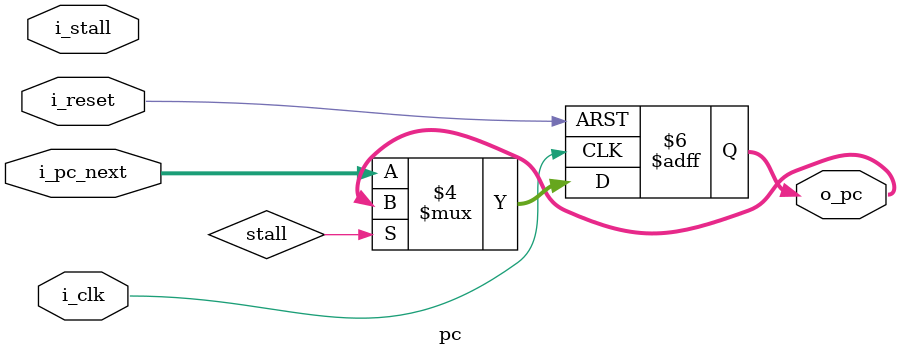
<source format=sv>
module pc(
	input logic i_clk,
	input logic i_reset,
	input logic i_stall,
	
	input  logic [31:0] i_pc_next,
	output logic [31:0] o_pc
);

	always_ff @(posedge i_clk or negedge i_reset) begin 
		if (!i_reset) begin
			o_pc <= 32'b0;		
		end else if (!stall) begin 
			o_pc <= i_pc_next;
		end 
	end 



endmodule 

</source>
